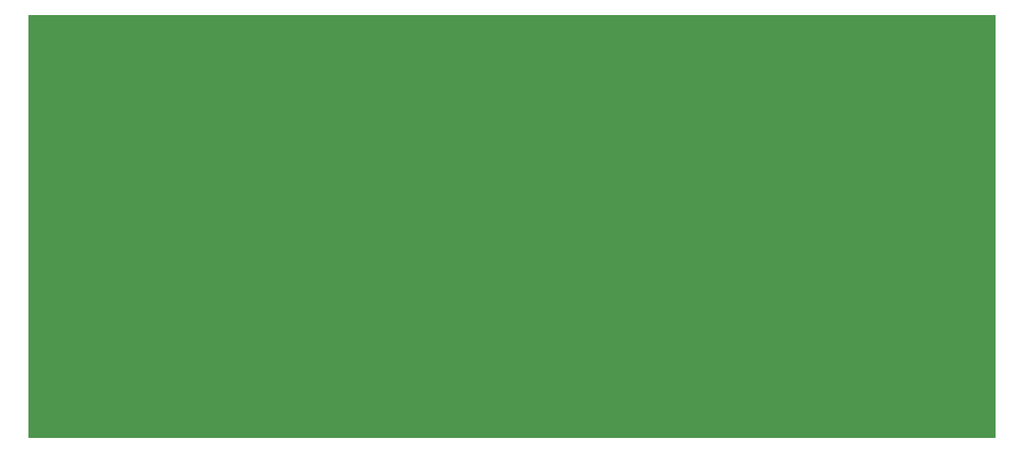
<source format=gbl>
%TF.GenerationSoftware,KiCad,Pcbnew,(7.0.0)*%
%TF.CreationDate,2023-07-10T13:28:02+01:00*%
%TF.ProjectId,lc-b3-mpa,6c632d62-332d-46d7-9061-2e6b69636164,rev?*%
%TF.SameCoordinates,PX5bf2160PY7a21618*%
%TF.FileFunction,Copper,L4,Bot*%
%TF.FilePolarity,Positive*%
%FSLAX46Y46*%
G04 Gerber Fmt 4.6, Leading zero omitted, Abs format (unit mm)*
G04 Created by KiCad (PCBNEW (7.0.0)) date 2023-07-10 13:28:02*
%MOMM*%
%LPD*%
G01*
G04 APERTURE LIST*
%TA.AperFunction,SMDPad,CuDef*%
%ADD10R,4.190000X2.660000*%
%TD*%
%TA.AperFunction,ViaPad*%
%ADD11C,0.800000*%
%TD*%
%TA.AperFunction,ViaPad*%
%ADD12C,5.800000*%
%TD*%
G04 APERTURE END LIST*
D10*
%TO.P,J1,2,Ext*%
%TO.N,GND*%
X2132499Y17995620D03*
X2132499Y24975620D03*
%TD*%
%TO.P,J2,2,Ext*%
%TO.N,GND*%
X95899999Y24989999D03*
X95899999Y18009999D03*
%TD*%
D11*
%TO.N,GND*%
X82268881Y40917200D03*
X82231800Y25931200D03*
X43877800Y41425200D03*
X54291800Y37615200D03*
X91395004Y10945200D03*
D12*
X48957800Y7643200D03*
D11*
X43877800Y37615200D03*
X43877800Y27455200D03*
X68535004Y4341200D03*
X74103800Y7770200D03*
X68535004Y10945200D03*
X6539800Y4341200D03*
D12*
X85553004Y7643200D03*
D11*
X48957800Y20597200D03*
X54291800Y27455200D03*
X54291800Y10945200D03*
X43877800Y32281200D03*
X46163800Y23899200D03*
X54291800Y1674200D03*
X51751800Y11961200D03*
X82268881Y34313200D03*
X54291800Y41425200D03*
D12*
X85570881Y37615200D03*
D11*
X91412881Y40917200D03*
D12*
X12381800Y37615200D03*
D11*
X15683800Y25931200D03*
X18223800Y4341200D03*
X23811800Y7770200D03*
X87565800Y25931200D03*
D12*
X48957800Y37615200D03*
D11*
X46163800Y11961200D03*
X10476800Y25931200D03*
X51751800Y23899200D03*
X6539800Y10945200D03*
X6539800Y34313200D03*
X54291800Y32281200D03*
X79711004Y10945200D03*
X48957800Y32281200D03*
X18223800Y10945200D03*
X6539800Y40917200D03*
X91395004Y4341200D03*
X43877800Y1674200D03*
X54291800Y23899200D03*
X6539800Y14755200D03*
X29399800Y10945200D03*
X48957800Y14755200D03*
X79711004Y4341200D03*
X29399800Y4341200D03*
X48957800Y27455200D03*
X48957800Y17803200D03*
D12*
X12381800Y7643200D03*
D11*
X15683800Y40917200D03*
X43877800Y10945200D03*
X43877800Y23899200D03*
X15683800Y34313200D03*
X91375800Y14755200D03*
X91412881Y34313200D03*
%TD*%
%TA.AperFunction,Conductor*%
%TO.N,GND*%
G36*
X97886500Y42932319D02*
G01*
X97932619Y42886200D01*
X97949500Y42823200D01*
X97949500Y176500D01*
X97932619Y113500D01*
X97886500Y67381D01*
X97823500Y50500D01*
X198800Y50500D01*
X135800Y67381D01*
X89681Y113500D01*
X72800Y176500D01*
X72800Y42823200D01*
X89681Y42886200D01*
X135800Y42932319D01*
X198800Y42949200D01*
X97823500Y42949200D01*
X97886500Y42932319D01*
G37*
%TD.AperFunction*%
%TD*%
M02*

</source>
